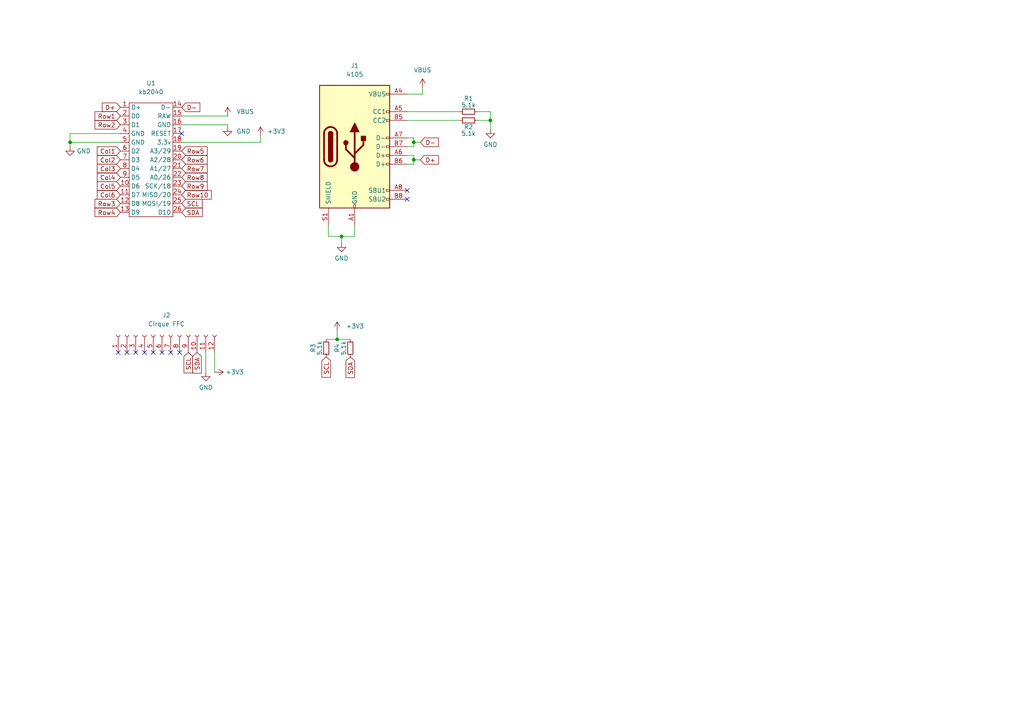
<source format=kicad_sch>
(kicad_sch (version 20211123) (generator eeschema)

  (uuid 67eac26f-e116-4da3-8ba4-bfd46f8f30f0)

  (paper "A4")

  (title_block
    (title "tamago60")
    (date "2023-08-29")
    (rev "2")
    (company "EggsWorks, LLC")
  )

  (lib_symbols
    (symbol "Connector:Conn_01x12_Female" (pin_names (offset 1.016) hide) (in_bom yes) (on_board yes)
      (property "Reference" "J" (id 0) (at 0 15.24 0)
        (effects (font (size 1.27 1.27)))
      )
      (property "Value" "Conn_01x12_Female" (id 1) (at 0 -17.78 0)
        (effects (font (size 1.27 1.27)))
      )
      (property "Footprint" "" (id 2) (at 0 0 0)
        (effects (font (size 1.27 1.27)) hide)
      )
      (property "Datasheet" "~" (id 3) (at 0 0 0)
        (effects (font (size 1.27 1.27)) hide)
      )
      (property "ki_keywords" "connector" (id 4) (at 0 0 0)
        (effects (font (size 1.27 1.27)) hide)
      )
      (property "ki_description" "Generic connector, single row, 01x12, script generated (kicad-library-utils/schlib/autogen/connector/)" (id 5) (at 0 0 0)
        (effects (font (size 1.27 1.27)) hide)
      )
      (property "ki_fp_filters" "Connector*:*_1x??_*" (id 6) (at 0 0 0)
        (effects (font (size 1.27 1.27)) hide)
      )
      (symbol "Conn_01x12_Female_1_1"
        (arc (start 0 -14.732) (mid -0.508 -15.24) (end 0 -15.748)
          (stroke (width 0.1524) (type default) (color 0 0 0 0))
          (fill (type none))
        )
        (arc (start 0 -12.192) (mid -0.508 -12.7) (end 0 -13.208)
          (stroke (width 0.1524) (type default) (color 0 0 0 0))
          (fill (type none))
        )
        (arc (start 0 -9.652) (mid -0.508 -10.16) (end 0 -10.668)
          (stroke (width 0.1524) (type default) (color 0 0 0 0))
          (fill (type none))
        )
        (arc (start 0 -7.112) (mid -0.508 -7.62) (end 0 -8.128)
          (stroke (width 0.1524) (type default) (color 0 0 0 0))
          (fill (type none))
        )
        (arc (start 0 -4.572) (mid -0.508 -5.08) (end 0 -5.588)
          (stroke (width 0.1524) (type default) (color 0 0 0 0))
          (fill (type none))
        )
        (arc (start 0 -2.032) (mid -0.508 -2.54) (end 0 -3.048)
          (stroke (width 0.1524) (type default) (color 0 0 0 0))
          (fill (type none))
        )
        (polyline
          (pts
            (xy -1.27 -15.24)
            (xy -0.508 -15.24)
          )
          (stroke (width 0.1524) (type default) (color 0 0 0 0))
          (fill (type none))
        )
        (polyline
          (pts
            (xy -1.27 -12.7)
            (xy -0.508 -12.7)
          )
          (stroke (width 0.1524) (type default) (color 0 0 0 0))
          (fill (type none))
        )
        (polyline
          (pts
            (xy -1.27 -10.16)
            (xy -0.508 -10.16)
          )
          (stroke (width 0.1524) (type default) (color 0 0 0 0))
          (fill (type none))
        )
        (polyline
          (pts
            (xy -1.27 -7.62)
            (xy -0.508 -7.62)
          )
          (stroke (width 0.1524) (type default) (color 0 0 0 0))
          (fill (type none))
        )
        (polyline
          (pts
            (xy -1.27 -5.08)
            (xy -0.508 -5.08)
          )
          (stroke (width 0.1524) (type default) (color 0 0 0 0))
          (fill (type none))
        )
        (polyline
          (pts
            (xy -1.27 -2.54)
            (xy -0.508 -2.54)
          )
          (stroke (width 0.1524) (type default) (color 0 0 0 0))
          (fill (type none))
        )
        (polyline
          (pts
            (xy -1.27 0)
            (xy -0.508 0)
          )
          (stroke (width 0.1524) (type default) (color 0 0 0 0))
          (fill (type none))
        )
        (polyline
          (pts
            (xy -1.27 2.54)
            (xy -0.508 2.54)
          )
          (stroke (width 0.1524) (type default) (color 0 0 0 0))
          (fill (type none))
        )
        (polyline
          (pts
            (xy -1.27 5.08)
            (xy -0.508 5.08)
          )
          (stroke (width 0.1524) (type default) (color 0 0 0 0))
          (fill (type none))
        )
        (polyline
          (pts
            (xy -1.27 7.62)
            (xy -0.508 7.62)
          )
          (stroke (width 0.1524) (type default) (color 0 0 0 0))
          (fill (type none))
        )
        (polyline
          (pts
            (xy -1.27 10.16)
            (xy -0.508 10.16)
          )
          (stroke (width 0.1524) (type default) (color 0 0 0 0))
          (fill (type none))
        )
        (polyline
          (pts
            (xy -1.27 12.7)
            (xy -0.508 12.7)
          )
          (stroke (width 0.1524) (type default) (color 0 0 0 0))
          (fill (type none))
        )
        (arc (start 0 0.508) (mid -0.508 0) (end 0 -0.508)
          (stroke (width 0.1524) (type default) (color 0 0 0 0))
          (fill (type none))
        )
        (arc (start 0 3.048) (mid -0.508 2.54) (end 0 2.032)
          (stroke (width 0.1524) (type default) (color 0 0 0 0))
          (fill (type none))
        )
        (arc (start 0 5.588) (mid -0.508 5.08) (end 0 4.572)
          (stroke (width 0.1524) (type default) (color 0 0 0 0))
          (fill (type none))
        )
        (arc (start 0 8.128) (mid -0.508 7.62) (end 0 7.112)
          (stroke (width 0.1524) (type default) (color 0 0 0 0))
          (fill (type none))
        )
        (arc (start 0 10.668) (mid -0.508 10.16) (end 0 9.652)
          (stroke (width 0.1524) (type default) (color 0 0 0 0))
          (fill (type none))
        )
        (arc (start 0 13.208) (mid -0.508 12.7) (end 0 12.192)
          (stroke (width 0.1524) (type default) (color 0 0 0 0))
          (fill (type none))
        )
        (pin passive line (at -5.08 12.7 0) (length 3.81)
          (name "Pin_1" (effects (font (size 1.27 1.27))))
          (number "1" (effects (font (size 1.27 1.27))))
        )
        (pin passive line (at -5.08 -10.16 0) (length 3.81)
          (name "Pin_10" (effects (font (size 1.27 1.27))))
          (number "10" (effects (font (size 1.27 1.27))))
        )
        (pin passive line (at -5.08 -12.7 0) (length 3.81)
          (name "Pin_11" (effects (font (size 1.27 1.27))))
          (number "11" (effects (font (size 1.27 1.27))))
        )
        (pin passive line (at -5.08 -15.24 0) (length 3.81)
          (name "Pin_12" (effects (font (size 1.27 1.27))))
          (number "12" (effects (font (size 1.27 1.27))))
        )
        (pin passive line (at -5.08 10.16 0) (length 3.81)
          (name "Pin_2" (effects (font (size 1.27 1.27))))
          (number "2" (effects (font (size 1.27 1.27))))
        )
        (pin passive line (at -5.08 7.62 0) (length 3.81)
          (name "Pin_3" (effects (font (size 1.27 1.27))))
          (number "3" (effects (font (size 1.27 1.27))))
        )
        (pin passive line (at -5.08 5.08 0) (length 3.81)
          (name "Pin_4" (effects (font (size 1.27 1.27))))
          (number "4" (effects (font (size 1.27 1.27))))
        )
        (pin passive line (at -5.08 2.54 0) (length 3.81)
          (name "Pin_5" (effects (font (size 1.27 1.27))))
          (number "5" (effects (font (size 1.27 1.27))))
        )
        (pin passive line (at -5.08 0 0) (length 3.81)
          (name "Pin_6" (effects (font (size 1.27 1.27))))
          (number "6" (effects (font (size 1.27 1.27))))
        )
        (pin passive line (at -5.08 -2.54 0) (length 3.81)
          (name "Pin_7" (effects (font (size 1.27 1.27))))
          (number "7" (effects (font (size 1.27 1.27))))
        )
        (pin passive line (at -5.08 -5.08 0) (length 3.81)
          (name "Pin_8" (effects (font (size 1.27 1.27))))
          (number "8" (effects (font (size 1.27 1.27))))
        )
        (pin passive line (at -5.08 -7.62 0) (length 3.81)
          (name "Pin_9" (effects (font (size 1.27 1.27))))
          (number "9" (effects (font (size 1.27 1.27))))
        )
      )
    )
    (symbol "Connector:USB_C_Receptacle_USB2.0" (pin_names (offset 1.016)) (in_bom yes) (on_board yes)
      (property "Reference" "J" (id 0) (at -10.16 19.05 0)
        (effects (font (size 1.27 1.27)) (justify left))
      )
      (property "Value" "USB_C_Receptacle_USB2.0" (id 1) (at 19.05 19.05 0)
        (effects (font (size 1.27 1.27)) (justify right))
      )
      (property "Footprint" "" (id 2) (at 3.81 0 0)
        (effects (font (size 1.27 1.27)) hide)
      )
      (property "Datasheet" "https://www.usb.org/sites/default/files/documents/usb_type-c.zip" (id 3) (at 3.81 0 0)
        (effects (font (size 1.27 1.27)) hide)
      )
      (property "ki_keywords" "usb universal serial bus type-C USB2.0" (id 4) (at 0 0 0)
        (effects (font (size 1.27 1.27)) hide)
      )
      (property "ki_description" "USB 2.0-only Type-C Receptacle connector" (id 5) (at 0 0 0)
        (effects (font (size 1.27 1.27)) hide)
      )
      (property "ki_fp_filters" "USB*C*Receptacle*" (id 6) (at 0 0 0)
        (effects (font (size 1.27 1.27)) hide)
      )
      (symbol "USB_C_Receptacle_USB2.0_0_0"
        (rectangle (start -0.254 -17.78) (end 0.254 -16.764)
          (stroke (width 0) (type default) (color 0 0 0 0))
          (fill (type none))
        )
        (rectangle (start 10.16 -14.986) (end 9.144 -15.494)
          (stroke (width 0) (type default) (color 0 0 0 0))
          (fill (type none))
        )
        (rectangle (start 10.16 -12.446) (end 9.144 -12.954)
          (stroke (width 0) (type default) (color 0 0 0 0))
          (fill (type none))
        )
        (rectangle (start 10.16 -4.826) (end 9.144 -5.334)
          (stroke (width 0) (type default) (color 0 0 0 0))
          (fill (type none))
        )
        (rectangle (start 10.16 -2.286) (end 9.144 -2.794)
          (stroke (width 0) (type default) (color 0 0 0 0))
          (fill (type none))
        )
        (rectangle (start 10.16 0.254) (end 9.144 -0.254)
          (stroke (width 0) (type default) (color 0 0 0 0))
          (fill (type none))
        )
        (rectangle (start 10.16 2.794) (end 9.144 2.286)
          (stroke (width 0) (type default) (color 0 0 0 0))
          (fill (type none))
        )
        (rectangle (start 10.16 7.874) (end 9.144 7.366)
          (stroke (width 0) (type default) (color 0 0 0 0))
          (fill (type none))
        )
        (rectangle (start 10.16 10.414) (end 9.144 9.906)
          (stroke (width 0) (type default) (color 0 0 0 0))
          (fill (type none))
        )
        (rectangle (start 10.16 15.494) (end 9.144 14.986)
          (stroke (width 0) (type default) (color 0 0 0 0))
          (fill (type none))
        )
      )
      (symbol "USB_C_Receptacle_USB2.0_0_1"
        (rectangle (start -10.16 17.78) (end 10.16 -17.78)
          (stroke (width 0.254) (type default) (color 0 0 0 0))
          (fill (type background))
        )
        (arc (start -8.89 -3.81) (mid -6.985 -5.715) (end -5.08 -3.81)
          (stroke (width 0.508) (type default) (color 0 0 0 0))
          (fill (type none))
        )
        (arc (start -7.62 -3.81) (mid -6.985 -4.445) (end -6.35 -3.81)
          (stroke (width 0.254) (type default) (color 0 0 0 0))
          (fill (type none))
        )
        (arc (start -7.62 -3.81) (mid -6.985 -4.445) (end -6.35 -3.81)
          (stroke (width 0.254) (type default) (color 0 0 0 0))
          (fill (type outline))
        )
        (rectangle (start -7.62 -3.81) (end -6.35 3.81)
          (stroke (width 0.254) (type default) (color 0 0 0 0))
          (fill (type outline))
        )
        (arc (start -6.35 3.81) (mid -6.985 4.445) (end -7.62 3.81)
          (stroke (width 0.254) (type default) (color 0 0 0 0))
          (fill (type none))
        )
        (arc (start -6.35 3.81) (mid -6.985 4.445) (end -7.62 3.81)
          (stroke (width 0.254) (type default) (color 0 0 0 0))
          (fill (type outline))
        )
        (arc (start -5.08 3.81) (mid -6.985 5.715) (end -8.89 3.81)
          (stroke (width 0.508) (type default) (color 0 0 0 0))
          (fill (type none))
        )
        (circle (center -2.54 1.143) (radius 0.635)
          (stroke (width 0.254) (type default) (color 0 0 0 0))
          (fill (type outline))
        )
        (circle (center 0 -5.842) (radius 1.27)
          (stroke (width 0) (type default) (color 0 0 0 0))
          (fill (type outline))
        )
        (polyline
          (pts
            (xy -8.89 -3.81)
            (xy -8.89 3.81)
          )
          (stroke (width 0.508) (type default) (color 0 0 0 0))
          (fill (type none))
        )
        (polyline
          (pts
            (xy -5.08 3.81)
            (xy -5.08 -3.81)
          )
          (stroke (width 0.508) (type default) (color 0 0 0 0))
          (fill (type none))
        )
        (polyline
          (pts
            (xy 0 -5.842)
            (xy 0 4.318)
          )
          (stroke (width 0.508) (type default) (color 0 0 0 0))
          (fill (type none))
        )
        (polyline
          (pts
            (xy 0 -3.302)
            (xy -2.54 -0.762)
            (xy -2.54 0.508)
          )
          (stroke (width 0.508) (type default) (color 0 0 0 0))
          (fill (type none))
        )
        (polyline
          (pts
            (xy 0 -2.032)
            (xy 2.54 0.508)
            (xy 2.54 1.778)
          )
          (stroke (width 0.508) (type default) (color 0 0 0 0))
          (fill (type none))
        )
        (polyline
          (pts
            (xy -1.27 4.318)
            (xy 0 6.858)
            (xy 1.27 4.318)
            (xy -1.27 4.318)
          )
          (stroke (width 0.254) (type default) (color 0 0 0 0))
          (fill (type outline))
        )
        (rectangle (start 1.905 1.778) (end 3.175 3.048)
          (stroke (width 0.254) (type default) (color 0 0 0 0))
          (fill (type outline))
        )
      )
      (symbol "USB_C_Receptacle_USB2.0_1_1"
        (pin passive line (at 0 -22.86 90) (length 5.08)
          (name "GND" (effects (font (size 1.27 1.27))))
          (number "A1" (effects (font (size 1.27 1.27))))
        )
        (pin passive line (at 0 -22.86 90) (length 5.08) hide
          (name "GND" (effects (font (size 1.27 1.27))))
          (number "A12" (effects (font (size 1.27 1.27))))
        )
        (pin passive line (at 15.24 15.24 180) (length 5.08)
          (name "VBUS" (effects (font (size 1.27 1.27))))
          (number "A4" (effects (font (size 1.27 1.27))))
        )
        (pin bidirectional line (at 15.24 10.16 180) (length 5.08)
          (name "CC1" (effects (font (size 1.27 1.27))))
          (number "A5" (effects (font (size 1.27 1.27))))
        )
        (pin bidirectional line (at 15.24 -2.54 180) (length 5.08)
          (name "D+" (effects (font (size 1.27 1.27))))
          (number "A6" (effects (font (size 1.27 1.27))))
        )
        (pin bidirectional line (at 15.24 2.54 180) (length 5.08)
          (name "D-" (effects (font (size 1.27 1.27))))
          (number "A7" (effects (font (size 1.27 1.27))))
        )
        (pin bidirectional line (at 15.24 -12.7 180) (length 5.08)
          (name "SBU1" (effects (font (size 1.27 1.27))))
          (number "A8" (effects (font (size 1.27 1.27))))
        )
        (pin passive line (at 15.24 15.24 180) (length 5.08) hide
          (name "VBUS" (effects (font (size 1.27 1.27))))
          (number "A9" (effects (font (size 1.27 1.27))))
        )
        (pin passive line (at 0 -22.86 90) (length 5.08) hide
          (name "GND" (effects (font (size 1.27 1.27))))
          (number "B1" (effects (font (size 1.27 1.27))))
        )
        (pin passive line (at 0 -22.86 90) (length 5.08) hide
          (name "GND" (effects (font (size 1.27 1.27))))
          (number "B12" (effects (font (size 1.27 1.27))))
        )
        (pin passive line (at 15.24 15.24 180) (length 5.08) hide
          (name "VBUS" (effects (font (size 1.27 1.27))))
          (number "B4" (effects (font (size 1.27 1.27))))
        )
        (pin bidirectional line (at 15.24 7.62 180) (length 5.08)
          (name "CC2" (effects (font (size 1.27 1.27))))
          (number "B5" (effects (font (size 1.27 1.27))))
        )
        (pin bidirectional line (at 15.24 -5.08 180) (length 5.08)
          (name "D+" (effects (font (size 1.27 1.27))))
          (number "B6" (effects (font (size 1.27 1.27))))
        )
        (pin bidirectional line (at 15.24 0 180) (length 5.08)
          (name "D-" (effects (font (size 1.27 1.27))))
          (number "B7" (effects (font (size 1.27 1.27))))
        )
        (pin bidirectional line (at 15.24 -15.24 180) (length 5.08)
          (name "SBU2" (effects (font (size 1.27 1.27))))
          (number "B8" (effects (font (size 1.27 1.27))))
        )
        (pin passive line (at 15.24 15.24 180) (length 5.08) hide
          (name "VBUS" (effects (font (size 1.27 1.27))))
          (number "B9" (effects (font (size 1.27 1.27))))
        )
        (pin passive line (at -7.62 -22.86 90) (length 5.08)
          (name "SHIELD" (effects (font (size 1.27 1.27))))
          (number "S1" (effects (font (size 1.27 1.27))))
        )
      )
    )
    (symbol "Device:R_Small" (pin_numbers hide) (pin_names (offset 0.254) hide) (in_bom yes) (on_board yes)
      (property "Reference" "R" (id 0) (at 0.762 0.508 0)
        (effects (font (size 1.27 1.27)) (justify left))
      )
      (property "Value" "R_Small" (id 1) (at 0.762 -1.016 0)
        (effects (font (size 1.27 1.27)) (justify left))
      )
      (property "Footprint" "" (id 2) (at 0 0 0)
        (effects (font (size 1.27 1.27)) hide)
      )
      (property "Datasheet" "~" (id 3) (at 0 0 0)
        (effects (font (size 1.27 1.27)) hide)
      )
      (property "ki_keywords" "R resistor" (id 4) (at 0 0 0)
        (effects (font (size 1.27 1.27)) hide)
      )
      (property "ki_description" "Resistor, small symbol" (id 5) (at 0 0 0)
        (effects (font (size 1.27 1.27)) hide)
      )
      (property "ki_fp_filters" "R_*" (id 6) (at 0 0 0)
        (effects (font (size 1.27 1.27)) hide)
      )
      (symbol "R_Small_0_1"
        (rectangle (start -0.762 1.778) (end 0.762 -1.778)
          (stroke (width 0.2032) (type default) (color 0 0 0 0))
          (fill (type none))
        )
      )
      (symbol "R_Small_1_1"
        (pin passive line (at 0 2.54 270) (length 0.762)
          (name "~" (effects (font (size 1.27 1.27))))
          (number "1" (effects (font (size 1.27 1.27))))
        )
        (pin passive line (at 0 -2.54 90) (length 0.762)
          (name "~" (effects (font (size 1.27 1.27))))
          (number "2" (effects (font (size 1.27 1.27))))
        )
      )
    )
    (symbol "kb2040:kb2040" (in_bom yes) (on_board yes)
      (property "Reference" "U" (id 0) (at 0 0 0)
        (effects (font (size 1.27 1.27)))
      )
      (property "Value" "kb2040" (id 1) (at 0 -2.54 0)
        (effects (font (size 1.27 1.27)))
      )
      (property "Footprint" "" (id 2) (at 0 0 0)
        (effects (font (size 1.27 1.27)) hide)
      )
      (property "Datasheet" "" (id 3) (at 0 0 0)
        (effects (font (size 1.27 1.27)) hide)
      )
      (symbol "kb2040_0_1"
        (rectangle (start 0 -3.81) (end 12.7 -36.83)
          (stroke (width 0.1524) (type default) (color 0 0 0 0))
          (fill (type none))
        )
      )
      (symbol "kb2040_1_1"
        (pin bidirectional line (at -2.54 -5.08 0) (length 2.54)
          (name "D+" (effects (font (size 1.27 1.27))))
          (number "1" (effects (font (size 1.27 1.27))))
        )
        (pin bidirectional line (at -2.54 -27.94 0) (length 2.54)
          (name "D6" (effects (font (size 1.27 1.27))))
          (number "10" (effects (font (size 1.27 1.27))))
        )
        (pin bidirectional line (at -2.54 -30.48 0) (length 2.54)
          (name "D7" (effects (font (size 1.27 1.27))))
          (number "11" (effects (font (size 1.27 1.27))))
        )
        (pin bidirectional line (at -2.54 -33.02 0) (length 2.54)
          (name "D8" (effects (font (size 1.27 1.27))))
          (number "12" (effects (font (size 1.27 1.27))))
        )
        (pin bidirectional line (at -2.54 -35.56 0) (length 2.54)
          (name "D9" (effects (font (size 1.27 1.27))))
          (number "13" (effects (font (size 1.27 1.27))))
        )
        (pin bidirectional line (at 15.24 -5.08 180) (length 2.54)
          (name "D-" (effects (font (size 1.27 1.27))))
          (number "14" (effects (font (size 1.27 1.27))))
        )
        (pin bidirectional line (at 15.24 -7.62 180) (length 2.54)
          (name "RAW" (effects (font (size 1.27 1.27))))
          (number "15" (effects (font (size 1.27 1.27))))
        )
        (pin bidirectional line (at 15.24 -10.16 180) (length 2.54)
          (name "GND" (effects (font (size 1.27 1.27))))
          (number "16" (effects (font (size 1.27 1.27))))
        )
        (pin bidirectional line (at 15.24 -12.7 180) (length 2.54)
          (name "RESET" (effects (font (size 1.27 1.27))))
          (number "17" (effects (font (size 1.27 1.27))))
        )
        (pin bidirectional line (at 15.24 -15.24 180) (length 2.54)
          (name "3.3v" (effects (font (size 1.27 1.27))))
          (number "18" (effects (font (size 1.27 1.27))))
        )
        (pin bidirectional line (at 15.24 -17.78 180) (length 2.54)
          (name "A3/29" (effects (font (size 1.27 1.27))))
          (number "19" (effects (font (size 1.27 1.27))))
        )
        (pin bidirectional line (at -2.54 -7.62 0) (length 2.54)
          (name "D0" (effects (font (size 1.27 1.27))))
          (number "2" (effects (font (size 1.27 1.27))))
        )
        (pin bidirectional line (at 15.24 -20.32 180) (length 2.54)
          (name "A2/28" (effects (font (size 1.27 1.27))))
          (number "20" (effects (font (size 1.27 1.27))))
        )
        (pin bidirectional line (at 15.24 -22.86 180) (length 2.54)
          (name "A1/27" (effects (font (size 1.27 1.27))))
          (number "21" (effects (font (size 1.27 1.27))))
        )
        (pin bidirectional line (at 15.24 -25.4 180) (length 2.54)
          (name "A0/26" (effects (font (size 1.27 1.27))))
          (number "22" (effects (font (size 1.27 1.27))))
        )
        (pin bidirectional line (at 15.24 -27.94 180) (length 2.54)
          (name "SCK/18" (effects (font (size 1.27 1.27))))
          (number "23" (effects (font (size 1.27 1.27))))
        )
        (pin bidirectional line (at 15.24 -30.48 180) (length 2.54)
          (name "MISO/20" (effects (font (size 1.27 1.27))))
          (number "24" (effects (font (size 1.27 1.27))))
        )
        (pin bidirectional line (at 15.24 -33.02 180) (length 2.54)
          (name "MOSI/19" (effects (font (size 1.27 1.27))))
          (number "25" (effects (font (size 1.27 1.27))))
        )
        (pin bidirectional line (at 15.24 -35.56 180) (length 2.54)
          (name "D10" (effects (font (size 1.27 1.27))))
          (number "26" (effects (font (size 1.27 1.27))))
        )
        (pin bidirectional line (at -2.54 -10.16 0) (length 2.54)
          (name "D1" (effects (font (size 1.27 1.27))))
          (number "3" (effects (font (size 1.27 1.27))))
        )
        (pin bidirectional line (at -2.54 -12.7 0) (length 2.54)
          (name "GND" (effects (font (size 1.27 1.27))))
          (number "4" (effects (font (size 1.27 1.27))))
        )
        (pin bidirectional line (at -2.54 -15.24 0) (length 2.54)
          (name "GND" (effects (font (size 1.27 1.27))))
          (number "5" (effects (font (size 1.27 1.27))))
        )
        (pin bidirectional line (at -2.54 -17.78 0) (length 2.54)
          (name "D2" (effects (font (size 1.27 1.27))))
          (number "6" (effects (font (size 1.27 1.27))))
        )
        (pin bidirectional line (at -2.54 -20.32 0) (length 2.54)
          (name "D3" (effects (font (size 1.27 1.27))))
          (number "7" (effects (font (size 1.27 1.27))))
        )
        (pin bidirectional line (at -2.54 -22.86 0) (length 2.54)
          (name "D4" (effects (font (size 1.27 1.27))))
          (number "8" (effects (font (size 1.27 1.27))))
        )
        (pin bidirectional line (at -2.54 -25.4 0) (length 2.54)
          (name "D5" (effects (font (size 1.27 1.27))))
          (number "9" (effects (font (size 1.27 1.27))))
        )
      )
    )
    (symbol "power:+3V3" (power) (pin_names (offset 0)) (in_bom yes) (on_board yes)
      (property "Reference" "#PWR" (id 0) (at 0 -3.81 0)
        (effects (font (size 1.27 1.27)) hide)
      )
      (property "Value" "+3V3" (id 1) (at 0 3.556 0)
        (effects (font (size 1.27 1.27)))
      )
      (property "Footprint" "" (id 2) (at 0 0 0)
        (effects (font (size 1.27 1.27)) hide)
      )
      (property "Datasheet" "" (id 3) (at 0 0 0)
        (effects (font (size 1.27 1.27)) hide)
      )
      (property "ki_keywords" "global power" (id 4) (at 0 0 0)
        (effects (font (size 1.27 1.27)) hide)
      )
      (property "ki_description" "Power symbol creates a global label with name \"+3V3\"" (id 5) (at 0 0 0)
        (effects (font (size 1.27 1.27)) hide)
      )
      (symbol "+3V3_0_1"
        (polyline
          (pts
            (xy -0.762 1.27)
            (xy 0 2.54)
          )
          (stroke (width 0) (type default) (color 0 0 0 0))
          (fill (type none))
        )
        (polyline
          (pts
            (xy 0 0)
            (xy 0 2.54)
          )
          (stroke (width 0) (type default) (color 0 0 0 0))
          (fill (type none))
        )
        (polyline
          (pts
            (xy 0 2.54)
            (xy 0.762 1.27)
          )
          (stroke (width 0) (type default) (color 0 0 0 0))
          (fill (type none))
        )
      )
      (symbol "+3V3_1_1"
        (pin power_in line (at 0 0 90) (length 0) hide
          (name "+3V3" (effects (font (size 1.27 1.27))))
          (number "1" (effects (font (size 1.27 1.27))))
        )
      )
    )
    (symbol "power:GND" (power) (pin_names (offset 0)) (in_bom yes) (on_board yes)
      (property "Reference" "#PWR" (id 0) (at 0 -6.35 0)
        (effects (font (size 1.27 1.27)) hide)
      )
      (property "Value" "GND" (id 1) (at 0 -3.81 0)
        (effects (font (size 1.27 1.27)))
      )
      (property "Footprint" "" (id 2) (at 0 0 0)
        (effects (font (size 1.27 1.27)) hide)
      )
      (property "Datasheet" "" (id 3) (at 0 0 0)
        (effects (font (size 1.27 1.27)) hide)
      )
      (property "ki_keywords" "global power" (id 4) (at 0 0 0)
        (effects (font (size 1.27 1.27)) hide)
      )
      (property "ki_description" "Power symbol creates a global label with name \"GND\" , ground" (id 5) (at 0 0 0)
        (effects (font (size 1.27 1.27)) hide)
      )
      (symbol "GND_0_1"
        (polyline
          (pts
            (xy 0 0)
            (xy 0 -1.27)
            (xy 1.27 -1.27)
            (xy 0 -2.54)
            (xy -1.27 -1.27)
            (xy 0 -1.27)
          )
          (stroke (width 0) (type default) (color 0 0 0 0))
          (fill (type none))
        )
      )
      (symbol "GND_1_1"
        (pin power_in line (at 0 0 270) (length 0) hide
          (name "GND" (effects (font (size 1.27 1.27))))
          (number "1" (effects (font (size 1.27 1.27))))
        )
      )
    )
    (symbol "power:VBUS" (power) (pin_names (offset 0)) (in_bom yes) (on_board yes)
      (property "Reference" "#PWR" (id 0) (at 0 -3.81 0)
        (effects (font (size 1.27 1.27)) hide)
      )
      (property "Value" "VBUS" (id 1) (at 0 3.81 0)
        (effects (font (size 1.27 1.27)))
      )
      (property "Footprint" "" (id 2) (at 0 0 0)
        (effects (font (size 1.27 1.27)) hide)
      )
      (property "Datasheet" "" (id 3) (at 0 0 0)
        (effects (font (size 1.27 1.27)) hide)
      )
      (property "ki_keywords" "global power" (id 4) (at 0 0 0)
        (effects (font (size 1.27 1.27)) hide)
      )
      (property "ki_description" "Power symbol creates a global label with name \"VBUS\"" (id 5) (at 0 0 0)
        (effects (font (size 1.27 1.27)) hide)
      )
      (symbol "VBUS_0_1"
        (polyline
          (pts
            (xy -0.762 1.27)
            (xy 0 2.54)
          )
          (stroke (width 0) (type default) (color 0 0 0 0))
          (fill (type none))
        )
        (polyline
          (pts
            (xy 0 0)
            (xy 0 2.54)
          )
          (stroke (width 0) (type default) (color 0 0 0 0))
          (fill (type none))
        )
        (polyline
          (pts
            (xy 0 2.54)
            (xy 0.762 1.27)
          )
          (stroke (width 0) (type default) (color 0 0 0 0))
          (fill (type none))
        )
      )
      (symbol "VBUS_1_1"
        (pin power_in line (at 0 0 90) (length 0) hide
          (name "VBUS" (effects (font (size 1.27 1.27))))
          (number "1" (effects (font (size 1.27 1.27))))
        )
      )
    )
  )

  (junction (at 120.015 46.355) (diameter 0) (color 0 0 0 0)
    (uuid 080785bd-550a-4429-a841-00525bc25539)
  )
  (junction (at 97.79 98.425) (diameter 0) (color 0 0 0 0)
    (uuid 7596363f-ecba-497d-a2b8-3f98732b9648)
  )
  (junction (at 142.24 34.925) (diameter 0) (color 0 0 0 0)
    (uuid b4f099e9-328f-4f24-b4ed-bf8ca2bfe937)
  )
  (junction (at 20.32 41.275) (diameter 0) (color 0 0 0 0)
    (uuid bb945760-4220-4fdd-9acd-26738cbffa1d)
  )
  (junction (at 120.015 41.275) (diameter 0) (color 0 0 0 0)
    (uuid ddd40b27-61f7-4f58-9d0d-cca4a082883b)
  )
  (junction (at 99.06 68.58) (diameter 0) (color 0 0 0 0)
    (uuid f333fbaa-e23a-4003-ac7f-279bd5626edd)
  )

  (no_connect (at 49.53 102.235) (uuid 1d9a6c86-372c-4655-905f-72ea2d0ad447))
  (no_connect (at 39.37 102.235) (uuid 401a1656-d809-47cb-af9d-5ee46d9beccb))
  (no_connect (at 52.705 38.735) (uuid 449999e7-c4d7-475d-b614-24e7bb2967b2))
  (no_connect (at 52.07 102.235) (uuid a08f23b8-d935-4c46-abcd-6b685c4f6f31))
  (no_connect (at 36.83 102.235) (uuid a4accd8e-4a6b-4046-87d4-5ffa427bd7b4))
  (no_connect (at 34.29 102.235) (uuid bba01519-9941-4572-aced-5e77e7bd801a))
  (no_connect (at 118.11 55.245) (uuid bf74dc14-84b4-4d13-aa4d-2c2e0e366ba6))
  (no_connect (at 44.45 102.235) (uuid d90432ca-e128-479c-ba05-77c2949ea01d))
  (no_connect (at 118.11 57.785) (uuid e56e3b52-e76d-451e-96b4-b6800f56d4cc))
  (no_connect (at 41.91 102.235) (uuid e5d5787f-95e7-493f-ad63-909581f05282))
  (no_connect (at 46.99 102.235) (uuid ecd42696-d7fc-44d0-a59f-fc8b956fca04))

  (wire (pts (xy 62.23 102.235) (xy 62.23 107.95))
    (stroke (width 0) (type default) (color 0 0 0 0))
    (uuid 0085de58-07e2-402a-9002-f4c8572b81f9)
  )
  (wire (pts (xy 138.43 34.925) (xy 142.24 34.925))
    (stroke (width 0) (type default) (color 0 0 0 0))
    (uuid 01832043-8482-4635-9f4f-012099930cae)
  )
  (wire (pts (xy 118.11 47.625) (xy 120.015 47.625))
    (stroke (width 0) (type default) (color 0 0 0 0))
    (uuid 0354957f-3d23-4ca8-8b81-469f8a6a8a8c)
  )
  (wire (pts (xy 97.79 98.425) (xy 97.79 95.885))
    (stroke (width 0) (type default) (color 0 0 0 0))
    (uuid 06e822f0-690d-4e2c-871c-56b1110004b9)
  )
  (wire (pts (xy 120.015 41.275) (xy 120.015 42.545))
    (stroke (width 0) (type default) (color 0 0 0 0))
    (uuid 07b0c2fe-395c-4e9a-8854-07827865dac4)
  )
  (wire (pts (xy 52.705 41.275) (xy 75.565 41.275))
    (stroke (width 0) (type default) (color 0 0 0 0))
    (uuid 1f5d7185-233c-4778-885c-92b58d861640)
  )
  (wire (pts (xy 34.925 38.735) (xy 20.32 38.735))
    (stroke (width 0) (type default) (color 0 0 0 0))
    (uuid 33855902-74ae-4ff7-af12-084aaeab64bc)
  )
  (wire (pts (xy 120.015 41.275) (xy 121.92 41.275))
    (stroke (width 0) (type default) (color 0 0 0 0))
    (uuid 367b3f4d-4665-4cf6-b495-920e14d3c33c)
  )
  (wire (pts (xy 118.11 34.925) (xy 133.35 34.925))
    (stroke (width 0) (type default) (color 0 0 0 0))
    (uuid 419e8d75-1ca0-43db-be0c-69577f048dd6)
  )
  (wire (pts (xy 120.015 40.005) (xy 118.11 40.005))
    (stroke (width 0) (type default) (color 0 0 0 0))
    (uuid 4a6092a7-d49f-4f8e-9519-e4d22d3dc30d)
  )
  (wire (pts (xy 101.6 98.425) (xy 97.79 98.425))
    (stroke (width 0) (type default) (color 0 0 0 0))
    (uuid 4f30e07e-c955-4b62-a3d5-e7bc11f4ed67)
  )
  (wire (pts (xy 120.015 46.355) (xy 120.015 45.085))
    (stroke (width 0) (type default) (color 0 0 0 0))
    (uuid 5099e49f-be59-4335-a3cb-973c97b34f00)
  )
  (wire (pts (xy 120.015 46.355) (xy 120.015 47.625))
    (stroke (width 0) (type default) (color 0 0 0 0))
    (uuid 522ef3f3-02e8-4719-958b-9433f84bc2af)
  )
  (wire (pts (xy 118.11 32.385) (xy 133.35 32.385))
    (stroke (width 0) (type default) (color 0 0 0 0))
    (uuid 5ccd5515-5903-471d-99eb-87bab17a07b4)
  )
  (wire (pts (xy 120.015 40.005) (xy 120.015 41.275))
    (stroke (width 0) (type default) (color 0 0 0 0))
    (uuid 62259cb5-e98d-4e31-9a51-0870e5586ad1)
  )
  (wire (pts (xy 34.925 41.275) (xy 20.32 41.275))
    (stroke (width 0) (type default) (color 0 0 0 0))
    (uuid 64652fbb-1643-4bd4-b5be-c243c1b712b7)
  )
  (wire (pts (xy 99.06 70.485) (xy 99.06 68.58))
    (stroke (width 0) (type default) (color 0 0 0 0))
    (uuid 678e9e84-9987-41ef-81fe-2fdecddb8187)
  )
  (wire (pts (xy 75.565 41.275) (xy 75.565 39.37))
    (stroke (width 0) (type default) (color 0 0 0 0))
    (uuid 6bd2298c-910c-4ca4-bbae-4d4ae1b7c844)
  )
  (wire (pts (xy 95.25 65.405) (xy 95.25 68.58))
    (stroke (width 0) (type default) (color 0 0 0 0))
    (uuid 6eaac1c9-68fd-47e3-8892-a33aee4f83e7)
  )
  (wire (pts (xy 138.43 32.385) (xy 142.24 32.385))
    (stroke (width 0) (type default) (color 0 0 0 0))
    (uuid 71408942-d884-4f20-892d-12d1966e1e48)
  )
  (wire (pts (xy 66.04 36.195) (xy 66.04 36.83))
    (stroke (width 0) (type default) (color 0 0 0 0))
    (uuid 80a6ba33-8550-4ec9-b7f7-e8b81fb6a3a8)
  )
  (wire (pts (xy 120.015 46.355) (xy 121.92 46.355))
    (stroke (width 0) (type default) (color 0 0 0 0))
    (uuid 82f1a609-e2a0-4da8-a9f0-6dce11cf6a6c)
  )
  (wire (pts (xy 118.11 42.545) (xy 120.015 42.545))
    (stroke (width 0) (type default) (color 0 0 0 0))
    (uuid 859d154a-477a-4bbb-8fdb-32cba767cce7)
  )
  (wire (pts (xy 142.24 32.385) (xy 142.24 34.925))
    (stroke (width 0) (type default) (color 0 0 0 0))
    (uuid 8cb033ee-82c7-4399-9636-76713e94ab19)
  )
  (wire (pts (xy 52.705 33.655) (xy 66.04 33.655))
    (stroke (width 0) (type default) (color 0 0 0 0))
    (uuid 8d61fff2-a698-454c-9047-958a60857faa)
  )
  (wire (pts (xy 118.11 45.085) (xy 120.015 45.085))
    (stroke (width 0) (type default) (color 0 0 0 0))
    (uuid 960e041b-eca9-44fb-9e51-167ab13e10f1)
  )
  (wire (pts (xy 94.615 98.425) (xy 97.79 98.425))
    (stroke (width 0) (type default) (color 0 0 0 0))
    (uuid 9b8952cd-ca7d-41a3-a336-7cdc0b7dc3cd)
  )
  (wire (pts (xy 99.06 68.58) (xy 102.87 68.58))
    (stroke (width 0) (type default) (color 0 0 0 0))
    (uuid aab852ec-ca5f-49e6-bd9b-24efa9dd56d9)
  )
  (wire (pts (xy 102.87 68.58) (xy 102.87 65.405))
    (stroke (width 0) (type default) (color 0 0 0 0))
    (uuid ac245916-15d2-4f5c-984d-1dbafc045e9e)
  )
  (wire (pts (xy 20.32 41.275) (xy 20.32 42.545))
    (stroke (width 0) (type default) (color 0 0 0 0))
    (uuid b6be4537-20d4-4bb5-b695-5313b10c464a)
  )
  (wire (pts (xy 118.11 27.305) (xy 122.555 27.305))
    (stroke (width 0) (type default) (color 0 0 0 0))
    (uuid b8a0dea2-6606-48a1-be69-ca16d9fa8d41)
  )
  (wire (pts (xy 59.69 102.235) (xy 59.69 107.95))
    (stroke (width 0) (type default) (color 0 0 0 0))
    (uuid d56b5ec6-e094-4dee-8b87-fa06af0f0bdf)
  )
  (wire (pts (xy 20.32 38.735) (xy 20.32 41.275))
    (stroke (width 0) (type default) (color 0 0 0 0))
    (uuid d65a68b5-e9ad-475f-9015-0cdc5a7aef5b)
  )
  (wire (pts (xy 95.25 68.58) (xy 99.06 68.58))
    (stroke (width 0) (type default) (color 0 0 0 0))
    (uuid dbecd07b-86ad-4efe-afea-b07f8845c875)
  )
  (wire (pts (xy 122.555 27.305) (xy 122.555 25.4))
    (stroke (width 0) (type default) (color 0 0 0 0))
    (uuid e4c37a7e-3003-4964-b660-ddaae98a25fa)
  )
  (wire (pts (xy 52.705 36.195) (xy 66.04 36.195))
    (stroke (width 0) (type default) (color 0 0 0 0))
    (uuid ea7e0b94-a529-409c-854b-199336cf6bc7)
  )
  (wire (pts (xy 142.24 37.465) (xy 142.24 34.925))
    (stroke (width 0) (type default) (color 0 0 0 0))
    (uuid fd4321a3-9579-4774-87fc-b092a8229645)
  )

  (global_label "SCL" (shape input) (at 54.61 102.235 270) (fields_autoplaced)
    (effects (font (size 1.27 1.27)) (justify right))
    (uuid 03095db5-8e26-4532-aa83-507306b1ad6b)
    (property "Intersheet References" "${INTERSHEET_REFS}" (id 0) (at 54.6894 108.1557 90)
      (effects (font (size 1.27 1.27)) (justify right) hide)
    )
  )
  (global_label "Col4" (shape input) (at 34.925 51.435 180) (fields_autoplaced)
    (effects (font (size 1.27 1.27)) (justify right))
    (uuid 131a34e3-c6a7-45f5-87f1-c5b8757fed68)
    (property "Intersheet References" "${INTERSHEET_REFS}" (id 0) (at 28.2181 51.5144 0)
      (effects (font (size 1.27 1.27)) (justify right) hide)
    )
  )
  (global_label "D-" (shape input) (at 121.92 41.275 0) (fields_autoplaced)
    (effects (font (size 1.27 1.27)) (justify left))
    (uuid 1fa5a956-3d57-45c2-8f7c-fd2e42e7f18e)
    (property "Intersheet References" "${INTERSHEET_REFS}" (id 0) (at 127.1755 41.1956 0)
      (effects (font (size 1.27 1.27)) (justify left) hide)
    )
  )
  (global_label "Row3" (shape input) (at 34.925 59.055 180) (fields_autoplaced)
    (effects (font (size 1.27 1.27)) (justify right))
    (uuid 20490aad-20b3-4cae-858f-070350fd08c3)
    (property "Intersheet References" "${INTERSHEET_REFS}" (id 0) (at 27.5529 58.9756 0)
      (effects (font (size 1.27 1.27)) (justify right) hide)
    )
  )
  (global_label "Col5" (shape input) (at 34.925 53.975 180) (fields_autoplaced)
    (effects (font (size 1.27 1.27)) (justify right))
    (uuid 218febed-0100-4bb2-b7b8-25b9833624bb)
    (property "Intersheet References" "${INTERSHEET_REFS}" (id 0) (at 28.2181 54.0544 0)
      (effects (font (size 1.27 1.27)) (justify right) hide)
    )
  )
  (global_label "SCL" (shape input) (at 52.705 59.055 0) (fields_autoplaced)
    (effects (font (size 1.27 1.27)) (justify left))
    (uuid 30caa7ae-4b3c-4942-b039-d007632f4f4b)
    (property "Intersheet References" "${INTERSHEET_REFS}" (id 0) (at 58.6257 58.9756 0)
      (effects (font (size 1.27 1.27)) (justify left) hide)
    )
  )
  (global_label "Col6" (shape input) (at 34.925 56.515 180) (fields_autoplaced)
    (effects (font (size 1.27 1.27)) (justify right))
    (uuid 325bda89-a678-4225-997f-a4866d238815)
    (property "Intersheet References" "${INTERSHEET_REFS}" (id 0) (at 28.2181 56.5944 0)
      (effects (font (size 1.27 1.27)) (justify right) hide)
    )
  )
  (global_label "D-" (shape input) (at 52.705 31.115 0) (fields_autoplaced)
    (effects (font (size 1.27 1.27)) (justify left))
    (uuid 475bcafc-b8dc-414f-81c1-483336379a1e)
    (property "Intersheet References" "${INTERSHEET_REFS}" (id 0) (at 57.9605 31.0356 0)
      (effects (font (size 1.27 1.27)) (justify left) hide)
    )
  )
  (global_label "SDA" (shape input) (at 101.6 103.505 270) (fields_autoplaced)
    (effects (font (size 1.27 1.27)) (justify right))
    (uuid 4dc8488b-1cf1-4d8b-9f2f-0c185eabd105)
    (property "Intersheet References" "${INTERSHEET_REFS}" (id 0) (at 101.6794 109.4862 90)
      (effects (font (size 1.27 1.27)) (justify right) hide)
    )
  )
  (global_label "Row8" (shape input) (at 52.705 51.435 0) (fields_autoplaced)
    (effects (font (size 1.27 1.27)) (justify left))
    (uuid 4e30d895-756a-4456-8a63-0f43d58b057d)
    (property "Intersheet References" "${INTERSHEET_REFS}" (id 0) (at 60.0771 51.5144 0)
      (effects (font (size 1.27 1.27)) (justify left) hide)
    )
  )
  (global_label "Row5" (shape input) (at 52.705 43.815 0) (fields_autoplaced)
    (effects (font (size 1.27 1.27)) (justify left))
    (uuid 84b61e5d-f41b-4059-a26d-3cf45c6407df)
    (property "Intersheet References" "${INTERSHEET_REFS}" (id 0) (at 60.0771 43.8944 0)
      (effects (font (size 1.27 1.27)) (justify left) hide)
    )
  )
  (global_label "Row2" (shape input) (at 34.925 36.195 180) (fields_autoplaced)
    (effects (font (size 1.27 1.27)) (justify right))
    (uuid 8aa1d2f6-3abf-4051-8a21-ec818071d3ec)
    (property "Intersheet References" "${INTERSHEET_REFS}" (id 0) (at 27.5529 36.1156 0)
      (effects (font (size 1.27 1.27)) (justify right) hide)
    )
  )
  (global_label "SDA" (shape input) (at 57.15 102.235 270) (fields_autoplaced)
    (effects (font (size 1.27 1.27)) (justify right))
    (uuid 8f9c8f4e-63b2-4e50-938a-c7a4db1aacc9)
    (property "Intersheet References" "${INTERSHEET_REFS}" (id 0) (at 57.2294 108.2162 90)
      (effects (font (size 1.27 1.27)) (justify right) hide)
    )
  )
  (global_label "D+" (shape input) (at 121.92 46.355 0) (fields_autoplaced)
    (effects (font (size 1.27 1.27)) (justify left))
    (uuid 93c6046d-ee33-422d-a6ed-9577378b3506)
    (property "Intersheet References" "${INTERSHEET_REFS}" (id 0) (at 127.1755 46.2756 0)
      (effects (font (size 1.27 1.27)) (justify left) hide)
    )
  )
  (global_label "Col2" (shape input) (at 34.925 46.355 180) (fields_autoplaced)
    (effects (font (size 1.27 1.27)) (justify right))
    (uuid 9ce689f2-d460-4056-a1c4-f9da12c13ea4)
    (property "Intersheet References" "${INTERSHEET_REFS}" (id 0) (at 28.2181 46.4344 0)
      (effects (font (size 1.27 1.27)) (justify right) hide)
    )
  )
  (global_label "Row10" (shape input) (at 52.705 56.515 0) (fields_autoplaced)
    (effects (font (size 1.27 1.27)) (justify left))
    (uuid 9dd04649-a043-412c-adfb-83c4293f2fea)
    (property "Intersheet References" "${INTERSHEET_REFS}" (id 0) (at 61.2867 56.5944 0)
      (effects (font (size 1.27 1.27)) (justify left) hide)
    )
  )
  (global_label "Col1" (shape input) (at 34.925 43.815 180) (fields_autoplaced)
    (effects (font (size 1.27 1.27)) (justify right))
    (uuid a06cbb92-76ea-4f17-99a4-3d127a2f924c)
    (property "Intersheet References" "${INTERSHEET_REFS}" (id 0) (at 28.2181 43.8944 0)
      (effects (font (size 1.27 1.27)) (justify right) hide)
    )
  )
  (global_label "Col3" (shape input) (at 34.925 48.895 180) (fields_autoplaced)
    (effects (font (size 1.27 1.27)) (justify right))
    (uuid a579eb8a-d37f-4831-bec6-33bf54bd1069)
    (property "Intersheet References" "${INTERSHEET_REFS}" (id 0) (at 28.2181 48.9744 0)
      (effects (font (size 1.27 1.27)) (justify right) hide)
    )
  )
  (global_label "Row4" (shape input) (at 34.925 61.595 180) (fields_autoplaced)
    (effects (font (size 1.27 1.27)) (justify right))
    (uuid a8a22a6f-fca5-4eee-b618-b50cfdedc1ee)
    (property "Intersheet References" "${INTERSHEET_REFS}" (id 0) (at 27.5529 61.5156 0)
      (effects (font (size 1.27 1.27)) (justify right) hide)
    )
  )
  (global_label "SCL" (shape input) (at 94.615 103.505 270) (fields_autoplaced)
    (effects (font (size 1.27 1.27)) (justify right))
    (uuid c3d1995f-b28e-4736-b436-a8992a126652)
    (property "Intersheet References" "${INTERSHEET_REFS}" (id 0) (at 94.6944 109.4257 90)
      (effects (font (size 1.27 1.27)) (justify right) hide)
    )
  )
  (global_label "D+" (shape input) (at 34.925 31.115 180) (fields_autoplaced)
    (effects (font (size 1.27 1.27)) (justify right))
    (uuid e5db2e54-90a2-4cd8-b572-1311d2f112f1)
    (property "Intersheet References" "${INTERSHEET_REFS}" (id 0) (at 29.6695 31.1944 0)
      (effects (font (size 1.27 1.27)) (justify right) hide)
    )
  )
  (global_label "Row6" (shape input) (at 52.705 46.355 0) (fields_autoplaced)
    (effects (font (size 1.27 1.27)) (justify left))
    (uuid e9c39ae7-8b56-44aa-9e1f-7511a7bbd1b4)
    (property "Intersheet References" "${INTERSHEET_REFS}" (id 0) (at 60.0771 46.4344 0)
      (effects (font (size 1.27 1.27)) (justify left) hide)
    )
  )
  (global_label "Row1" (shape input) (at 34.925 33.655 180) (fields_autoplaced)
    (effects (font (size 1.27 1.27)) (justify right))
    (uuid ec35442e-16ef-456b-ac20-10aa105eeeaa)
    (property "Intersheet References" "${INTERSHEET_REFS}" (id 0) (at 27.5529 33.5756 0)
      (effects (font (size 1.27 1.27)) (justify right) hide)
    )
  )
  (global_label "Row9" (shape input) (at 52.705 53.975 0) (fields_autoplaced)
    (effects (font (size 1.27 1.27)) (justify left))
    (uuid f3404a8d-b572-4048-83c6-815ef72d9934)
    (property "Intersheet References" "${INTERSHEET_REFS}" (id 0) (at 60.0771 54.0544 0)
      (effects (font (size 1.27 1.27)) (justify left) hide)
    )
  )
  (global_label "Row7" (shape input) (at 52.705 48.895 0) (fields_autoplaced)
    (effects (font (size 1.27 1.27)) (justify left))
    (uuid f5791874-a1da-4792-83a2-835764760824)
    (property "Intersheet References" "${INTERSHEET_REFS}" (id 0) (at 60.0771 48.9744 0)
      (effects (font (size 1.27 1.27)) (justify left) hide)
    )
  )
  (global_label "SDA" (shape input) (at 52.705 61.595 0) (fields_autoplaced)
    (effects (font (size 1.27 1.27)) (justify left))
    (uuid f93feb09-4570-4cbf-8a09-16e9c21271cc)
    (property "Intersheet References" "${INTERSHEET_REFS}" (id 0) (at 58.6862 61.5156 0)
      (effects (font (size 1.27 1.27)) (justify left) hide)
    )
  )

  (symbol (lib_id "kb2040:kb2040") (at 37.465 26.035 0) (unit 1)
    (in_bom no) (on_board yes) (fields_autoplaced)
    (uuid 1c5ac656-5c08-4feb-9213-db76c56f00ce)
    (property "Reference" "U1" (id 0) (at 43.815 24.13 0))
    (property "Value" "kb2040" (id 1) (at 43.815 26.67 0))
    (property "Footprint" "kb2040:kb2040" (id 2) (at 37.465 26.035 0)
      (effects (font (size 1.27 1.27)) hide)
    )
    (property "Datasheet" "" (id 3) (at 37.465 26.035 0)
      (effects (font (size 1.27 1.27)) hide)
    )
    (pin "1" (uuid 697f94aa-c69e-4fba-9545-9b4d10198637))
    (pin "10" (uuid 1de25ede-f74c-4671-affa-79f8dc9b346e))
    (pin "11" (uuid b425832d-6200-49e8-b95c-5e7917df5f7d))
    (pin "12" (uuid f8911dd7-26d8-446b-b2c4-14c00965a5dd))
    (pin "13" (uuid 050e419c-10a8-49e9-8449-16270e05e149))
    (pin "14" (uuid 2207530e-5724-4e05-8b17-b3fa65bff0c6))
    (pin "15" (uuid 58e22fd1-6c56-4f87-8766-cc0c3601f5eb))
    (pin "16" (uuid 9479ed3c-adb0-43b7-a17a-7bd9fd75845d))
    (pin "17" (uuid 4dea55d9-8655-469b-aac8-b63aae7de104))
    (pin "18" (uuid e2de0ff9-7c15-40fe-8d32-e993de3dd9ba))
    (pin "19" (uuid 4284d220-4f5e-4c5b-b515-0a1ab6364517))
    (pin "2" (uuid ed712d14-19a7-4756-9701-1fc1a4a3c8fe))
    (pin "20" (uuid c13fc077-fd66-494b-a798-4333508ad898))
    (pin "21" (uuid 591d2070-eb44-4487-81a3-cc2d28e73072))
    (pin "22" (uuid e02fc6a0-bc97-4dfa-a284-ffe59e505df4))
    (pin "23" (uuid 9321823b-a4eb-48b0-a2a0-9565946e3079))
    (pin "24" (uuid f0d3d20a-62ae-4f23-a7b9-257f238741e0))
    (pin "25" (uuid 9ab078ee-8fc6-47e9-a72a-768db3ea15a7))
    (pin "26" (uuid 4781e1ce-fcf0-4d6b-80c0-bf1c83553d74))
    (pin "3" (uuid 3d680178-9e05-4b54-b1b4-10d9355e4835))
    (pin "4" (uuid d777da67-5730-4da0-abfd-7c84350579fb))
    (pin "5" (uuid a537755f-ace4-48cc-bf56-cefefbb7102a))
    (pin "6" (uuid b347ca25-b901-49ae-936b-9c78ddb27a9a))
    (pin "7" (uuid a9fe7312-a09c-45e8-ba26-8f4e4c934e8d))
    (pin "8" (uuid a438919b-aea2-48d4-b720-4c494a17a9d4))
    (pin "9" (uuid 00580132-13a1-4707-8139-24b89c83901c))
  )

  (symbol (lib_id "Device:R_Small") (at 94.615 100.965 0) (unit 1)
    (in_bom yes) (on_board yes)
    (uuid 277ca883-7ceb-47c5-930c-3fb9d3765a36)
    (property "Reference" "R3" (id 0) (at 90.805 100.965 90))
    (property "Value" "5.1k" (id 1) (at 92.71 100.965 90))
    (property "Footprint" "Resistor_SMD:R_1206_3216Metric" (id 2) (at 94.615 100.965 0)
      (effects (font (size 1.27 1.27)) hide)
    )
    (property "Datasheet" "~" (id 3) (at 94.615 100.965 0)
      (effects (font (size 1.27 1.27)) hide)
    )
    (pin "1" (uuid 007b3c6e-1e95-4409-9aa7-4de3da2fb7e8))
    (pin "2" (uuid ab0029f4-f6bb-41df-8c36-d433d421cd34))
  )

  (symbol (lib_id "power:+3V3") (at 62.23 107.95 270) (unit 1)
    (in_bom yes) (on_board yes) (fields_autoplaced)
    (uuid 3aa9841d-5738-4896-b95d-240529baa388)
    (property "Reference" "#PWR0119" (id 0) (at 58.42 107.95 0)
      (effects (font (size 1.27 1.27)) hide)
    )
    (property "Value" "+3V3" (id 1) (at 65.405 107.9499 90)
      (effects (font (size 1.27 1.27)) (justify left))
    )
    (property "Footprint" "" (id 2) (at 62.23 107.95 0)
      (effects (font (size 1.27 1.27)) hide)
    )
    (property "Datasheet" "" (id 3) (at 62.23 107.95 0)
      (effects (font (size 1.27 1.27)) hide)
    )
    (pin "1" (uuid aa429182-96ab-4e63-b1f4-db27fdbe4a7e))
  )

  (symbol (lib_id "Connector:USB_C_Receptacle_USB2.0") (at 102.87 42.545 0) (unit 1)
    (in_bom yes) (on_board yes) (fields_autoplaced)
    (uuid 44605b8b-105d-4a36-83bc-231ccb4187e5)
    (property "Reference" "J1" (id 0) (at 102.87 19.05 0))
    (property "Value" "4105" (id 1) (at 102.87 21.59 0))
    (property "Footprint" "Connector_USB:USB_C_Receptacle_GCT_USB4105-xx-A_16P_TopMnt_Horizontal" (id 2) (at 106.68 42.545 0)
      (effects (font (size 1.27 1.27)) hide)
    )
    (property "Datasheet" "https://www.usb.org/sites/default/files/documents/usb_type-c.zip" (id 3) (at 106.68 42.545 0)
      (effects (font (size 1.27 1.27)) hide)
    )
    (pin "A1" (uuid be76a391-3db2-4886-bb66-3ed951e1bfd5))
    (pin "A12" (uuid 037889a0-9610-4654-bdf3-0b8be2b20b4e))
    (pin "A4" (uuid 282711b8-2928-4cee-8d73-41aed67a573c))
    (pin "A5" (uuid 44c1fc11-7657-4bad-8385-df9f42684aa0))
    (pin "A6" (uuid 9ca2c115-e34e-41e9-9499-70059cf5745a))
    (pin "A7" (uuid 75ba2ba6-8142-4605-b5d9-a292b731ea67))
    (pin "A8" (uuid 02dad82e-1f86-4628-b867-7718b17721d8))
    (pin "A9" (uuid 18b35b24-e1fc-45a3-ad64-83a414167212))
    (pin "B1" (uuid f1d0b1ed-6a69-4e85-a4ed-77d874fe539d))
    (pin "B12" (uuid 4925666e-a8d4-479a-a49a-8f0100f97a1b))
    (pin "B4" (uuid d3cc3131-e5b9-4084-943f-3e7d902fa819))
    (pin "B5" (uuid ebcbfc47-1353-48cd-80e3-4458b3bb2257))
    (pin "B6" (uuid cbaeeaf2-c896-4f8c-8180-cb2649532b70))
    (pin "B7" (uuid 7bb476e0-577c-4d93-aeb6-532f7d0ecafb))
    (pin "B8" (uuid 5018cf0c-6aee-402f-b14d-9093bfe52cb0))
    (pin "B9" (uuid 0ecee4b8-948b-4dae-ad0d-17a88fe593d2))
    (pin "S1" (uuid ca09c86b-e76e-4c0f-a45f-1d4d20324ccc))
  )

  (symbol (lib_id "power:GND") (at 59.69 107.95 0) (unit 1)
    (in_bom yes) (on_board yes) (fields_autoplaced)
    (uuid 4c22660e-9e72-43fd-9600-bd0dc10e8dab)
    (property "Reference" "#PWR0118" (id 0) (at 59.69 114.3 0)
      (effects (font (size 1.27 1.27)) hide)
    )
    (property "Value" "GND" (id 1) (at 59.69 112.395 0))
    (property "Footprint" "" (id 2) (at 59.69 107.95 0)
      (effects (font (size 1.27 1.27)) hide)
    )
    (property "Datasheet" "" (id 3) (at 59.69 107.95 0)
      (effects (font (size 1.27 1.27)) hide)
    )
    (pin "1" (uuid 2d59fc86-e588-4881-88f2-881593b8cc9b))
  )

  (symbol (lib_id "power:GND") (at 99.06 70.485 0) (unit 1)
    (in_bom yes) (on_board yes) (fields_autoplaced)
    (uuid 5ba58e6d-14ab-4bd6-97c6-f0a7410475fc)
    (property "Reference" "#PWR0102" (id 0) (at 99.06 76.835 0)
      (effects (font (size 1.27 1.27)) hide)
    )
    (property "Value" "GND" (id 1) (at 99.06 74.93 0))
    (property "Footprint" "" (id 2) (at 99.06 70.485 0)
      (effects (font (size 1.27 1.27)) hide)
    )
    (property "Datasheet" "" (id 3) (at 99.06 70.485 0)
      (effects (font (size 1.27 1.27)) hide)
    )
    (pin "1" (uuid 03ab56e6-ba50-4f8e-a836-7f2a00a3fe14))
  )

  (symbol (lib_id "power:GND") (at 20.32 42.545 0) (unit 1)
    (in_bom yes) (on_board yes) (fields_autoplaced)
    (uuid 630e1e58-bf20-480e-91ec-25a638ba342b)
    (property "Reference" "#PWR0108" (id 0) (at 20.32 48.895 0)
      (effects (font (size 1.27 1.27)) hide)
    )
    (property "Value" "GND" (id 1) (at 22.225 43.8149 0)
      (effects (font (size 1.27 1.27)) (justify left))
    )
    (property "Footprint" "" (id 2) (at 20.32 42.545 0)
      (effects (font (size 1.27 1.27)) hide)
    )
    (property "Datasheet" "" (id 3) (at 20.32 42.545 0)
      (effects (font (size 1.27 1.27)) hide)
    )
    (pin "1" (uuid f8af8f8b-04f8-48f5-8375-c45063320584))
  )

  (symbol (lib_id "power:VBUS") (at 66.04 33.655 0) (unit 1)
    (in_bom yes) (on_board yes) (fields_autoplaced)
    (uuid 7b501661-15af-4c17-9171-714e97b46b05)
    (property "Reference" "#PWR0107" (id 0) (at 66.04 37.465 0)
      (effects (font (size 1.27 1.27)) hide)
    )
    (property "Value" "VBUS" (id 1) (at 68.58 32.3849 0)
      (effects (font (size 1.27 1.27)) (justify left))
    )
    (property "Footprint" "" (id 2) (at 66.04 33.655 0)
      (effects (font (size 1.27 1.27)) hide)
    )
    (property "Datasheet" "" (id 3) (at 66.04 33.655 0)
      (effects (font (size 1.27 1.27)) hide)
    )
    (pin "1" (uuid 71f6936b-6563-4d6b-baf3-2081d36556a3))
  )

  (symbol (lib_id "power:VBUS") (at 122.555 25.4 0) (unit 1)
    (in_bom yes) (on_board yes) (fields_autoplaced)
    (uuid 7c1d303c-b522-4984-a7c0-fd85e120db0c)
    (property "Reference" "#PWR0101" (id 0) (at 122.555 29.21 0)
      (effects (font (size 1.27 1.27)) hide)
    )
    (property "Value" "VBUS" (id 1) (at 122.555 20.32 0))
    (property "Footprint" "" (id 2) (at 122.555 25.4 0)
      (effects (font (size 1.27 1.27)) hide)
    )
    (property "Datasheet" "" (id 3) (at 122.555 25.4 0)
      (effects (font (size 1.27 1.27)) hide)
    )
    (pin "1" (uuid 9ef35a6e-6b06-4e0d-b4d5-08397004b05d))
  )

  (symbol (lib_id "power:GND") (at 142.24 37.465 0) (unit 1)
    (in_bom yes) (on_board yes) (fields_autoplaced)
    (uuid 7c7079ba-e5ae-43f9-abad-a1d1b1d838d1)
    (property "Reference" "#PWR0103" (id 0) (at 142.24 43.815 0)
      (effects (font (size 1.27 1.27)) hide)
    )
    (property "Value" "GND" (id 1) (at 142.24 41.91 0))
    (property "Footprint" "" (id 2) (at 142.24 37.465 0)
      (effects (font (size 1.27 1.27)) hide)
    )
    (property "Datasheet" "" (id 3) (at 142.24 37.465 0)
      (effects (font (size 1.27 1.27)) hide)
    )
    (pin "1" (uuid 58d857b9-1a48-411f-b187-0f36e21a9e3c))
  )

  (symbol (lib_id "Device:R_Small") (at 101.6 100.965 0) (unit 1)
    (in_bom yes) (on_board yes)
    (uuid 80268294-765a-4369-be43-ce126800b9a7)
    (property "Reference" "R4" (id 0) (at 97.79 100.965 90))
    (property "Value" "5.1k" (id 1) (at 99.695 100.965 90))
    (property "Footprint" "Resistor_SMD:R_1206_3216Metric" (id 2) (at 101.6 100.965 0)
      (effects (font (size 1.27 1.27)) hide)
    )
    (property "Datasheet" "~" (id 3) (at 101.6 100.965 0)
      (effects (font (size 1.27 1.27)) hide)
    )
    (pin "1" (uuid 49c87271-f585-48d6-8308-de316169d887))
    (pin "2" (uuid e2afa458-607d-44a4-a916-ba9c38d94290))
  )

  (symbol (lib_id "Connector:Conn_01x12_Female") (at 46.99 97.155 90) (unit 1)
    (in_bom yes) (on_board yes) (fields_autoplaced)
    (uuid 86e5e88e-c7a9-4c88-9b05-e62ad631f9a3)
    (property "Reference" "J2" (id 0) (at 48.26 91.44 90))
    (property "Value" "Cirque FFC" (id 1) (at 48.26 93.98 90))
    (property "Footprint" "Connector_FFC-FPC:Hirose_FH12-12S-0.5SH_1x12-1MP_P0.50mm_Horizontal" (id 2) (at 46.99 97.155 0)
      (effects (font (size 1.27 1.27)) hide)
    )
    (property "Datasheet" "~" (id 3) (at 46.99 97.155 0)
      (effects (font (size 1.27 1.27)) hide)
    )
    (pin "1" (uuid adcf39db-c739-4bc9-bb62-b071fd4a0f01))
    (pin "10" (uuid db80e70a-005b-4010-ae84-9978c6591497))
    (pin "11" (uuid 6e22218d-f726-4cce-b0be-ea2f3358d6db))
    (pin "12" (uuid 46bb83e8-fe7e-4a62-b612-9c5c1b6052d5))
    (pin "2" (uuid 0d04d00c-144a-42bb-8636-7c9c7e2dd71a))
    (pin "3" (uuid c238b5c5-2f32-4a39-aa6c-ca97e505a15b))
    (pin "4" (uuid 4e67cf55-b2b8-436e-8ab4-f4ed95281016))
    (pin "5" (uuid 3ee7eaa1-f14f-4086-9cd6-49ab24b9b801))
    (pin "6" (uuid bf03a902-b135-4080-ab1d-e3f5a7bb9e79))
    (pin "7" (uuid afd78c9b-71c4-4ef2-934f-0d6cdebf307e))
    (pin "8" (uuid dee0dbf1-fd4d-4ce1-9cbe-690ca95bbd30))
    (pin "9" (uuid 35fa6543-aeb3-45ac-89d2-91cecb2f432b))
  )

  (symbol (lib_id "power:GND") (at 66.04 36.83 0) (unit 1)
    (in_bom yes) (on_board yes) (fields_autoplaced)
    (uuid 97010a12-c458-4efa-b635-0ec5f2f0e526)
    (property "Reference" "#PWR0106" (id 0) (at 66.04 43.18 0)
      (effects (font (size 1.27 1.27)) hide)
    )
    (property "Value" "GND" (id 1) (at 68.58 38.0999 0)
      (effects (font (size 1.27 1.27)) (justify left))
    )
    (property "Footprint" "" (id 2) (at 66.04 36.83 0)
      (effects (font (size 1.27 1.27)) hide)
    )
    (property "Datasheet" "" (id 3) (at 66.04 36.83 0)
      (effects (font (size 1.27 1.27)) hide)
    )
    (pin "1" (uuid 3fb45ca7-b3fa-44dc-b3ff-06081ab2fcd9))
  )

  (symbol (lib_id "power:+3V3") (at 75.565 39.37 0) (unit 1)
    (in_bom yes) (on_board yes) (fields_autoplaced)
    (uuid 9a56ecb0-9f6c-4903-a6ad-2f37c8c9bf16)
    (property "Reference" "#PWR0105" (id 0) (at 75.565 43.18 0)
      (effects (font (size 1.27 1.27)) hide)
    )
    (property "Value" "+3V3" (id 1) (at 77.47 38.0999 0)
      (effects (font (size 1.27 1.27)) (justify left))
    )
    (property "Footprint" "" (id 2) (at 75.565 39.37 0)
      (effects (font (size 1.27 1.27)) hide)
    )
    (property "Datasheet" "" (id 3) (at 75.565 39.37 0)
      (effects (font (size 1.27 1.27)) hide)
    )
    (pin "1" (uuid 6ffc8419-84bf-4e8b-a16f-40a04d650e27))
  )

  (symbol (lib_id "Device:R_Small") (at 135.89 34.925 270) (unit 1)
    (in_bom yes) (on_board yes)
    (uuid 9b32a0f2-3bf2-4c69-9e92-cb7e8e549656)
    (property "Reference" "R2" (id 0) (at 135.89 36.83 90))
    (property "Value" "5.1k" (id 1) (at 135.89 38.735 90))
    (property "Footprint" "Resistor_SMD:R_1206_3216Metric" (id 2) (at 135.89 34.925 0)
      (effects (font (size 1.27 1.27)) hide)
    )
    (property "Datasheet" "~" (id 3) (at 135.89 34.925 0)
      (effects (font (size 1.27 1.27)) hide)
    )
    (pin "1" (uuid 09b3e497-1ded-4383-97d3-b5c53fe27437))
    (pin "2" (uuid bf009899-2c97-4f23-b4d6-06509045cc67))
  )

  (symbol (lib_id "power:+3V3") (at 97.79 95.885 0) (unit 1)
    (in_bom yes) (on_board yes) (fields_autoplaced)
    (uuid a4f52ad5-6870-4bba-a201-18d0368d2e57)
    (property "Reference" "#PWR0104" (id 0) (at 97.79 99.695 0)
      (effects (font (size 1.27 1.27)) hide)
    )
    (property "Value" "+3V3" (id 1) (at 100.33 94.6149 0)
      (effects (font (size 1.27 1.27)) (justify left))
    )
    (property "Footprint" "" (id 2) (at 97.79 95.885 0)
      (effects (font (size 1.27 1.27)) hide)
    )
    (property "Datasheet" "" (id 3) (at 97.79 95.885 0)
      (effects (font (size 1.27 1.27)) hide)
    )
    (pin "1" (uuid 2fcb1990-e2f4-4ad1-be57-7e855a07b57d))
  )

  (symbol (lib_id "Device:R_Small") (at 135.89 32.385 270) (unit 1)
    (in_bom yes) (on_board yes)
    (uuid f83f22f4-173f-4d0f-a130-e7dab3ea22aa)
    (property "Reference" "R1" (id 0) (at 135.89 28.575 90))
    (property "Value" "5.1k" (id 1) (at 135.89 30.48 90))
    (property "Footprint" "Resistor_SMD:R_1206_3216Metric" (id 2) (at 135.89 32.385 0)
      (effects (font (size 1.27 1.27)) hide)
    )
    (property "Datasheet" "~" (id 3) (at 135.89 32.385 0)
      (effects (font (size 1.27 1.27)) hide)
    )
    (pin "1" (uuid f486c068-f93a-4526-b2ca-b2fc3f6d2ced))
    (pin "2" (uuid 66f10237-7d9a-4409-80a2-42a2d13082b9))
  )
)

</source>
